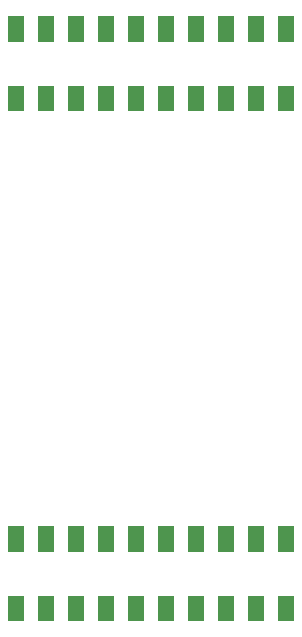
<source format=gbr>
G04 #@! TF.GenerationSoftware,KiCad,Pcbnew,(5.0.2)-1*
G04 #@! TF.CreationDate,2019-04-02T19:39:49-05:00*
G04 #@! TF.ProjectId,MRDTLogo_HalfBooster,4d524454-4c6f-4676-9f5f-48616c66426f,rev?*
G04 #@! TF.SameCoordinates,Original*
G04 #@! TF.FileFunction,Soldermask,Bot*
G04 #@! TF.FilePolarity,Negative*
%FSLAX46Y46*%
G04 Gerber Fmt 4.6, Leading zero omitted, Abs format (unit mm)*
G04 Created by KiCad (PCBNEW (5.0.2)-1) date 4/2/2019 7:39:49 PM*
%MOMM*%
%LPD*%
G01*
G04 APERTURE LIST*
%ADD10C,0.100000*%
G04 APERTURE END LIST*
D10*
G36*
X144205300Y-92935400D02*
X142814700Y-92935400D01*
X142814700Y-90757400D01*
X144205300Y-90757400D01*
X144205300Y-92935400D01*
X144205300Y-92935400D01*
G37*
G36*
X121345300Y-92935400D02*
X119954700Y-92935400D01*
X119954700Y-90757400D01*
X121345300Y-90757400D01*
X121345300Y-92935400D01*
X121345300Y-92935400D01*
G37*
G36*
X123885300Y-92935400D02*
X122494700Y-92935400D01*
X122494700Y-90757400D01*
X123885300Y-90757400D01*
X123885300Y-92935400D01*
X123885300Y-92935400D01*
G37*
G36*
X126425300Y-92935400D02*
X125034700Y-92935400D01*
X125034700Y-90757400D01*
X126425300Y-90757400D01*
X126425300Y-92935400D01*
X126425300Y-92935400D01*
G37*
G36*
X128965300Y-92935400D02*
X127574700Y-92935400D01*
X127574700Y-90757400D01*
X128965300Y-90757400D01*
X128965300Y-92935400D01*
X128965300Y-92935400D01*
G37*
G36*
X134045300Y-92935400D02*
X132654700Y-92935400D01*
X132654700Y-90757400D01*
X134045300Y-90757400D01*
X134045300Y-92935400D01*
X134045300Y-92935400D01*
G37*
G36*
X136585300Y-92935400D02*
X135194700Y-92935400D01*
X135194700Y-90757400D01*
X136585300Y-90757400D01*
X136585300Y-92935400D01*
X136585300Y-92935400D01*
G37*
G36*
X139125300Y-92935400D02*
X137734700Y-92935400D01*
X137734700Y-90757400D01*
X139125300Y-90757400D01*
X139125300Y-92935400D01*
X139125300Y-92935400D01*
G37*
G36*
X141665300Y-92935400D02*
X140274700Y-92935400D01*
X140274700Y-90757400D01*
X141665300Y-90757400D01*
X141665300Y-92935400D01*
X141665300Y-92935400D01*
G37*
G36*
X131505300Y-92935400D02*
X130114700Y-92935400D01*
X130114700Y-90757400D01*
X131505300Y-90757400D01*
X131505300Y-92935400D01*
X131505300Y-92935400D01*
G37*
G36*
X141665300Y-87042600D02*
X140274700Y-87042600D01*
X140274700Y-84864600D01*
X141665300Y-84864600D01*
X141665300Y-87042600D01*
X141665300Y-87042600D01*
G37*
G36*
X123885300Y-87042600D02*
X122494700Y-87042600D01*
X122494700Y-84864600D01*
X123885300Y-84864600D01*
X123885300Y-87042600D01*
X123885300Y-87042600D01*
G37*
G36*
X126425300Y-87042600D02*
X125034700Y-87042600D01*
X125034700Y-84864600D01*
X126425300Y-84864600D01*
X126425300Y-87042600D01*
X126425300Y-87042600D01*
G37*
G36*
X128965300Y-87042600D02*
X127574700Y-87042600D01*
X127574700Y-84864600D01*
X128965300Y-84864600D01*
X128965300Y-87042600D01*
X128965300Y-87042600D01*
G37*
G36*
X131505300Y-87042600D02*
X130114700Y-87042600D01*
X130114700Y-84864600D01*
X131505300Y-84864600D01*
X131505300Y-87042600D01*
X131505300Y-87042600D01*
G37*
G36*
X134045300Y-87042600D02*
X132654700Y-87042600D01*
X132654700Y-84864600D01*
X134045300Y-84864600D01*
X134045300Y-87042600D01*
X134045300Y-87042600D01*
G37*
G36*
X136585300Y-87042600D02*
X135194700Y-87042600D01*
X135194700Y-84864600D01*
X136585300Y-84864600D01*
X136585300Y-87042600D01*
X136585300Y-87042600D01*
G37*
G36*
X139125300Y-87042600D02*
X137734700Y-87042600D01*
X137734700Y-84864600D01*
X139125300Y-84864600D01*
X139125300Y-87042600D01*
X139125300Y-87042600D01*
G37*
G36*
X144205300Y-87042600D02*
X142814700Y-87042600D01*
X142814700Y-84864600D01*
X144205300Y-84864600D01*
X144205300Y-87042600D01*
X144205300Y-87042600D01*
G37*
G36*
X121345300Y-87042600D02*
X119954700Y-87042600D01*
X119954700Y-84864600D01*
X121345300Y-84864600D01*
X121345300Y-87042600D01*
X121345300Y-87042600D01*
G37*
G36*
X144205300Y-49755400D02*
X142814700Y-49755400D01*
X142814700Y-47577400D01*
X144205300Y-47577400D01*
X144205300Y-49755400D01*
X144205300Y-49755400D01*
G37*
G36*
X141665300Y-49755400D02*
X140274700Y-49755400D01*
X140274700Y-47577400D01*
X141665300Y-47577400D01*
X141665300Y-49755400D01*
X141665300Y-49755400D01*
G37*
G36*
X139125300Y-49755400D02*
X137734700Y-49755400D01*
X137734700Y-47577400D01*
X139125300Y-47577400D01*
X139125300Y-49755400D01*
X139125300Y-49755400D01*
G37*
G36*
X136585300Y-49755400D02*
X135194700Y-49755400D01*
X135194700Y-47577400D01*
X136585300Y-47577400D01*
X136585300Y-49755400D01*
X136585300Y-49755400D01*
G37*
G36*
X134045300Y-49755400D02*
X132654700Y-49755400D01*
X132654700Y-47577400D01*
X134045300Y-47577400D01*
X134045300Y-49755400D01*
X134045300Y-49755400D01*
G37*
G36*
X131505300Y-49755400D02*
X130114700Y-49755400D01*
X130114700Y-47577400D01*
X131505300Y-47577400D01*
X131505300Y-49755400D01*
X131505300Y-49755400D01*
G37*
G36*
X128965300Y-49755400D02*
X127574700Y-49755400D01*
X127574700Y-47577400D01*
X128965300Y-47577400D01*
X128965300Y-49755400D01*
X128965300Y-49755400D01*
G37*
G36*
X126425300Y-49755400D02*
X125034700Y-49755400D01*
X125034700Y-47577400D01*
X126425300Y-47577400D01*
X126425300Y-49755400D01*
X126425300Y-49755400D01*
G37*
G36*
X123885300Y-49755400D02*
X122494700Y-49755400D01*
X122494700Y-47577400D01*
X123885300Y-47577400D01*
X123885300Y-49755400D01*
X123885300Y-49755400D01*
G37*
G36*
X121345300Y-49755400D02*
X119954700Y-49755400D01*
X119954700Y-47577400D01*
X121345300Y-47577400D01*
X121345300Y-49755400D01*
X121345300Y-49755400D01*
G37*
G36*
X144205300Y-43862600D02*
X142814700Y-43862600D01*
X142814700Y-41684600D01*
X144205300Y-41684600D01*
X144205300Y-43862600D01*
X144205300Y-43862600D01*
G37*
G36*
X141665300Y-43862600D02*
X140274700Y-43862600D01*
X140274700Y-41684600D01*
X141665300Y-41684600D01*
X141665300Y-43862600D01*
X141665300Y-43862600D01*
G37*
G36*
X139125300Y-43862600D02*
X137734700Y-43862600D01*
X137734700Y-41684600D01*
X139125300Y-41684600D01*
X139125300Y-43862600D01*
X139125300Y-43862600D01*
G37*
G36*
X136585300Y-43862600D02*
X135194700Y-43862600D01*
X135194700Y-41684600D01*
X136585300Y-41684600D01*
X136585300Y-43862600D01*
X136585300Y-43862600D01*
G37*
G36*
X134045300Y-43862600D02*
X132654700Y-43862600D01*
X132654700Y-41684600D01*
X134045300Y-41684600D01*
X134045300Y-43862600D01*
X134045300Y-43862600D01*
G37*
G36*
X131505300Y-43862600D02*
X130114700Y-43862600D01*
X130114700Y-41684600D01*
X131505300Y-41684600D01*
X131505300Y-43862600D01*
X131505300Y-43862600D01*
G37*
G36*
X128965300Y-43862600D02*
X127574700Y-43862600D01*
X127574700Y-41684600D01*
X128965300Y-41684600D01*
X128965300Y-43862600D01*
X128965300Y-43862600D01*
G37*
G36*
X126425300Y-43862600D02*
X125034700Y-43862600D01*
X125034700Y-41684600D01*
X126425300Y-41684600D01*
X126425300Y-43862600D01*
X126425300Y-43862600D01*
G37*
G36*
X123885300Y-43862600D02*
X122494700Y-43862600D01*
X122494700Y-41684600D01*
X123885300Y-41684600D01*
X123885300Y-43862600D01*
X123885300Y-43862600D01*
G37*
G36*
X121345300Y-43862600D02*
X119954700Y-43862600D01*
X119954700Y-41684600D01*
X121345300Y-41684600D01*
X121345300Y-43862600D01*
X121345300Y-43862600D01*
G37*
M02*

</source>
